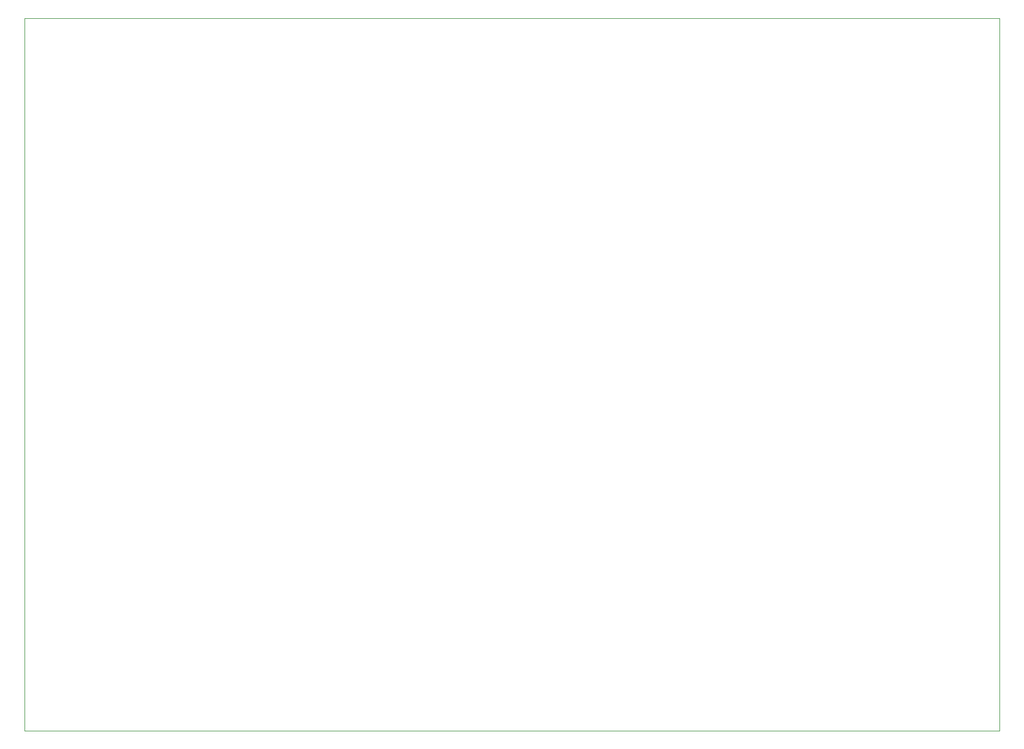
<source format=gbr>
%TF.GenerationSoftware,KiCad,Pcbnew,(6.0.0-0)*%
%TF.CreationDate,2022-02-21T15:28:18-05:00*%
%TF.ProjectId,lm224-3lows-1hi,6c6d3232-342d-4336-9c6f-77732d316869,rev?*%
%TF.SameCoordinates,Original*%
%TF.FileFunction,Profile,NP*%
%FSLAX46Y46*%
G04 Gerber Fmt 4.6, Leading zero omitted, Abs format (unit mm)*
G04 Created by KiCad (PCBNEW (6.0.0-0)) date 2022-02-21 15:28:18*
%MOMM*%
%LPD*%
G01*
G04 APERTURE LIST*
%TA.AperFunction,Profile*%
%ADD10C,0.100000*%
%TD*%
G04 APERTURE END LIST*
D10*
X297129200Y0D02*
X152501600Y0D01*
X152501600Y0D02*
X152501600Y-105867200D01*
X152501600Y-105867200D02*
X297129200Y-105867200D01*
X297129200Y-105867200D02*
X297129200Y0D01*
M02*

</source>
